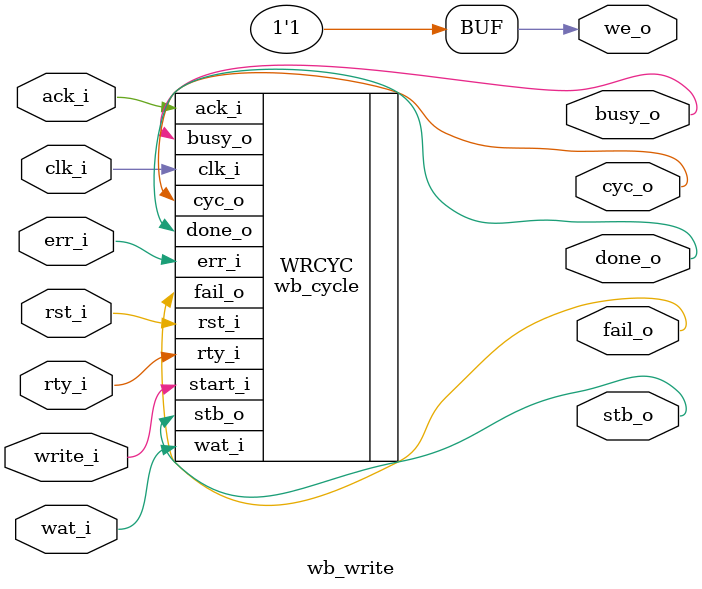
<source format=v>
`timescale 1ns/100ps
/*
 * Module      : verilog/bus/wb_write.v
 * Copyright   : (C) Tim Molteno     2016
 *             : (C) Max Scheel      2016
 *             : (C) Patrick Suggate 2016
 * License     : LGPL3
 * 
 * Maintainer  : Patrick Suggate <patrick.suggate@gmail.com>
 * Stability   : Experimental
 * Portability : only tested with Icarus Verilog
 * 
 * Generates the Wishbone, master, control address signals needed to perform
 * single WRITE bus transactions.
 * 
 * NOTE:
 *  + See `wb_cycle` for a description of the Wishbone parameters and modes;
 * 
 * TODO:
 * 
 * Changelog:
 *  + 26/10/2016  --  initial file;
 * 
 */

module wb_write
  #(//  Capabilities/mode parameters:
    parameter ASYNC = 1,    // Combinational control signals (0/1/2)?
    parameter PIPED = 1,    // Pipelined (WB SPEC B4) transfers (0/1)?
    parameter CHECK = 1,    // Filter spurious "chatter," and check errors?

    parameter DELAY = 3)    // Combinational simulation delay (ns)
   (
    input  clk_i,
    input  rst_i,
    output cyc_o,
    output stb_o,
    output we_o,
    input  ack_i,
    input  wat_i,
    input  rty_i,
    input  err_i,

    input  write_i,
    output busy_o,
    output done_o,
    output fail_o
    );

   assign we_o = 1'b1;


   //-------------------------------------------------------------------------
   //  Frame the bus cycle.
   //-------------------------------------------------------------------------
   wb_cycle
     #( .ASYNC(ASYNC),
        .PIPED(PIPED),
        .CHECK(CHECK),
        .DELAY(DELAY)
        ) WRCYC
       (
        .clk_i  (clk_i),
        .rst_i  (rst_i),
        .cyc_o  (cyc_o),
        .stb_o  (stb_o),
        .ack_i  (ack_i),
        .wat_i  (wat_i),
        .rty_i  (rty_i),
        .err_i  (err_i),
        .start_i(write_i),
        .busy_o (busy_o),
        .done_o (done_o),
        .fail_o (fail_o)
        );


endmodule // wb_write

</source>
